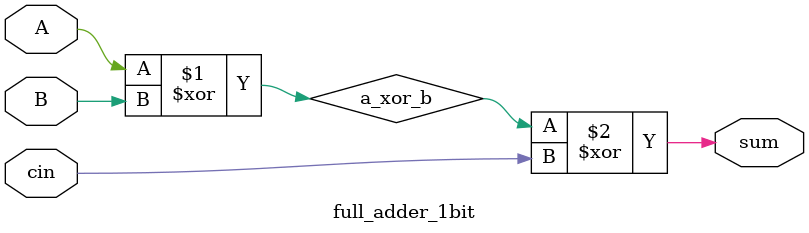
<source format=v>
module full_adder_1bit(output sum, input A, B, cin);
	wire a_xor_b;
	
	xor xor1 (a_xor_b, A, B);
	xor xor2 (sum, a_xor_b, cin);

endmodule

</source>
